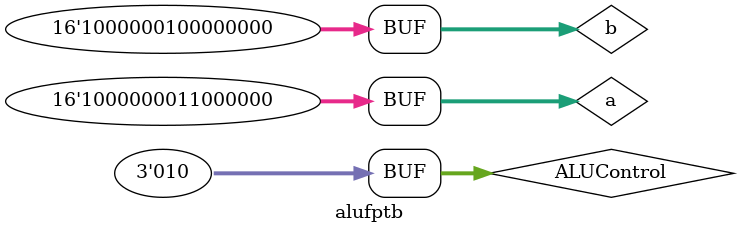
<source format=sv>
`timescale 1ps / 1ps

module alufptb;

logic [15:0] a,b,res;
logic [2:0] ALUControl;
logic [3:0] flags;

fixedpointAlu alu (a,b,ALUControl,res,flags);

 initial begin
        // Case sum b-0.75 + a3.125
        ALUControl = 3'b000; // add
        a = 16'b0000001100100000;// 
        b = 16'b1000000011000000; // 

        #10;
		  
		   // Case sum a-0.375 + 1.5
        ALUControl = 3'b000; // add
        a = 16'b1000000001100000;// 
        b = 16'b0000000110000000; // 

        #10;
		  
		  // Case sum a-0.375 + b-0.75
        ALUControl = 3'b000; // add
        a = 16'b1000000001100000;// 
        b = 16'b1000000011000000; // 
		  
		  #10;
		  
		  // Case sum a-35.375 + b-6.75
        ALUControl = 3'b000; // add
        a = 16'b10100011_01100000;// 
        b = 16'b10000110_11000000; // 

        #10;
		  
		  // Case sum a27.375 + b33.21875
        ALUControl = 3'b000; // add
        a = 16'b00011011_01100000;// 
        b = 16'b00100001_00111000; // 

        #10;

		  
		  // Case mul -0.X * 0.X
        ALUControl = 3'b010; // mul
        a = 16'b10000000_11000000;
        b = 16'b00000000_10010000;  

        #10;
		  
		  // B = -1 A 0.X
		   ALUControl = 3'b010; // mul
        a = 16'b00000000_11000000;
        b = 16'b10000001_00000000; 

        #10;
		  
		  	// B = -1 A -0.X
		   ALUControl = 3'b010; // mul
        a = 16'b10000000_11000000;
        b = 16'b10000001_00000000; 

        #10;
		  
		  
		  end
endmodule
</source>
